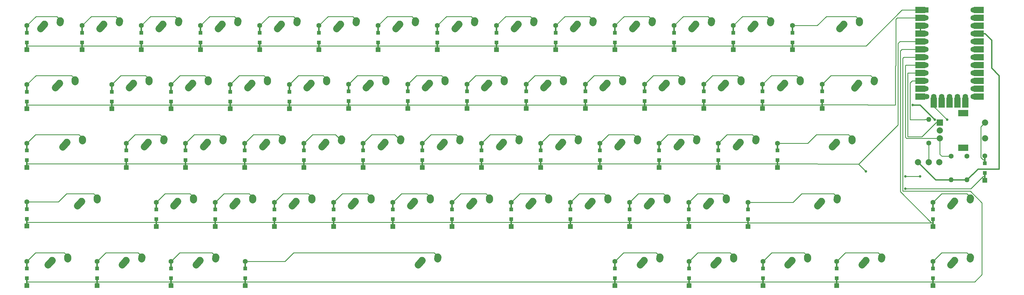
<source format=gbr>
G04 #@! TF.GenerationSoftware,KiCad,Pcbnew,(5.1.5)-3*
G04 #@! TF.CreationDate,2020-03-15T19:25:50-07:00*
G04 #@! TF.ProjectId,keyboard-layout,6b657962-6f61-4726-942d-6c61796f7574,rev?*
G04 #@! TF.SameCoordinates,Original*
G04 #@! TF.FileFunction,Copper,L1,Top*
G04 #@! TF.FilePolarity,Positive*
%FSLAX46Y46*%
G04 Gerber Fmt 4.6, Leading zero omitted, Abs format (unit mm)*
G04 Created by KiCad (PCBNEW (5.1.5)-3) date 2020-03-15 19:25:50*
%MOMM*%
%LPD*%
G04 APERTURE LIST*
%ADD10R,2.000000X2.000000*%
%ADD11C,2.000000*%
%ADD12R,3.200000X2.000000*%
%ADD13C,2.250000*%
%ADD14C,2.250000*%
%ADD15R,1.752600X1.752600*%
%ADD16C,1.752600*%
%ADD17R,3.250000X2.000000*%
%ADD18R,2.000000X3.250000*%
%ADD19R,0.500000X2.500000*%
%ADD20C,1.600000*%
%ADD21R,1.600000X1.600000*%
%ADD22R,1.200000X1.200000*%
%ADD23C,1.998980*%
%ADD24O,1.600000X1.600000*%
%ADD25C,0.800000*%
%ADD26C,0.254000*%
%ADD27C,0.381000*%
G04 APERTURE END LIST*
D10*
X315153040Y-57297320D03*
D11*
X315153040Y-59797320D03*
X315153040Y-62297320D03*
D12*
X322653040Y-54197320D03*
X322653040Y-65397320D03*
D11*
X329653040Y-57297320D03*
X329653040Y-62297320D03*
D13*
X251102500Y-44071660D02*
X251142500Y-43491660D01*
D14*
X251142500Y-43491660D03*
D13*
X244792500Y-46031660D02*
X246102502Y-44571660D01*
D14*
X246102500Y-44571660D03*
D13*
X153523320Y-101211500D02*
X153563320Y-100631500D01*
D14*
X153563320Y-100631500D03*
D13*
X147213320Y-103171500D02*
X148523322Y-101711500D01*
D14*
X148523320Y-101711500D03*
D15*
X310673750Y-20955000D03*
D16*
X310673750Y-23495000D03*
X310673750Y-26035000D03*
X310673750Y-28575000D03*
X310673750Y-31115000D03*
X310673750Y-33655000D03*
X310673750Y-36195000D03*
X310673750Y-38735000D03*
X310673750Y-41275000D03*
X310673750Y-43815000D03*
X310673750Y-46355000D03*
X325913750Y-48895000D03*
X325913750Y-46355000D03*
X325913750Y-43815000D03*
X325913750Y-41275000D03*
X325913750Y-38735000D03*
X325913750Y-36195000D03*
X325913750Y-33655000D03*
X325913750Y-31115000D03*
X325913750Y-28575000D03*
X325913750Y-26035000D03*
X325913750Y-23495000D03*
X310902350Y-48895000D03*
X325913750Y-20955000D03*
X323373750Y-48895000D03*
X320833750Y-48895000D03*
X318293750Y-48895000D03*
X315753750Y-48895000D03*
X313213750Y-48895000D03*
D17*
X308895750Y-20955000D03*
X308895750Y-23495000D03*
X308895750Y-26035000D03*
X308895750Y-28575000D03*
X308895750Y-31115000D03*
X308895750Y-33655000D03*
X308895750Y-36195000D03*
X308895750Y-38735000D03*
X308895750Y-41275000D03*
X308895750Y-43815000D03*
X308895750Y-46355000D03*
X308895750Y-48895000D03*
X327691750Y-48895000D03*
X327691750Y-46355000D03*
X327691750Y-43815000D03*
X327691750Y-41275000D03*
X327691750Y-38735000D03*
X327691750Y-36195000D03*
X327691750Y-33655000D03*
X327691750Y-31115000D03*
X327691750Y-28575000D03*
X327691750Y-26035000D03*
X327691750Y-23495000D03*
X327691750Y-20955000D03*
D18*
X313213750Y-50800000D03*
X315753750Y-50800000D03*
X318293750Y-50800000D03*
X320833750Y-50800000D03*
X323373750Y-50800000D03*
D19*
X329565000Y-69248040D03*
X329565000Y-74648040D03*
D20*
X329565000Y-68048040D03*
D21*
X329565000Y-75848040D03*
D22*
X329565000Y-73523040D03*
X329565000Y-70373040D03*
D23*
X308107080Y-70081140D03*
D24*
X311531000Y-56261000D03*
D20*
X311531000Y-63881000D03*
D24*
X318770000Y-75758040D03*
D20*
X318770000Y-68138040D03*
D24*
X323850000Y-75758040D03*
D20*
X323850000Y-68138040D03*
D23*
X311536080Y-70081140D03*
D13*
X74879840Y-82153880D02*
X74919840Y-81573880D01*
D14*
X74919840Y-81573880D03*
D13*
X68569840Y-84113880D02*
X69879842Y-82653880D01*
D14*
X69879840Y-82653880D03*
D13*
X155852500Y-44071660D02*
X155892500Y-43491660D01*
D14*
X155892500Y-43491660D03*
D13*
X149542500Y-46031660D02*
X150852502Y-44571660D01*
D14*
X150852500Y-44571660D03*
D13*
X93929840Y-82153880D02*
X93969840Y-81573880D01*
D14*
X93969840Y-81573880D03*
D13*
X87619840Y-84113880D02*
X88929842Y-82653880D01*
D14*
X88929840Y-82653880D03*
D13*
X58245380Y-101216580D02*
X58285380Y-100636580D01*
D14*
X58285380Y-100636580D03*
D13*
X51935380Y-103176580D02*
X53245382Y-101716580D01*
D14*
X53245380Y-101716580D03*
D13*
X248722520Y-101216580D02*
X248762520Y-100636580D01*
D14*
X248762520Y-100636580D03*
D13*
X242412520Y-103176580D02*
X243722522Y-101716580D01*
D14*
X243722520Y-101716580D03*
D13*
X79652500Y-44071660D02*
X79692500Y-43491660D01*
D14*
X79692500Y-43491660D03*
D13*
X73342500Y-46031660D02*
X74652502Y-44571660D01*
D14*
X74652500Y-44571660D03*
D13*
X132029840Y-82153880D02*
X132069840Y-81573880D01*
D14*
X132069840Y-81573880D03*
D13*
X125719840Y-84113880D02*
X127029842Y-82653880D01*
D14*
X127029840Y-82653880D03*
D13*
X174902500Y-44071660D02*
X174942500Y-43491660D01*
D14*
X174942500Y-43491660D03*
D13*
X168592500Y-46031660D02*
X169902502Y-44571660D01*
D14*
X169902500Y-44571660D03*
D13*
X36782380Y-44079280D02*
X36822380Y-43499280D01*
D14*
X36822380Y-43499280D03*
D13*
X30472380Y-46039280D02*
X31782382Y-44579280D01*
D14*
X31782380Y-44579280D03*
D13*
X136802500Y-44071660D02*
X136842500Y-43491660D01*
D14*
X136842500Y-43491660D03*
D13*
X130492500Y-46031660D02*
X131802502Y-44571660D01*
D14*
X131802500Y-44571660D03*
D13*
X246329840Y-82153880D02*
X246369840Y-81573880D01*
D14*
X246369840Y-81573880D03*
D13*
X240019840Y-84113880D02*
X241329842Y-82653880D01*
D14*
X241329840Y-82653880D03*
D13*
X43927400Y-82174200D02*
X43967400Y-81594200D01*
D14*
X43967400Y-81594200D03*
D13*
X37617400Y-84134200D02*
X38927402Y-82674200D01*
D14*
X38927400Y-82674200D03*
D13*
X282052400Y-82158960D02*
X282092400Y-81578960D01*
D14*
X282092400Y-81578960D03*
D13*
X275742400Y-84118960D02*
X277052402Y-82658960D01*
D14*
X277052400Y-82658960D03*
D13*
X236817540Y-63121660D02*
X236857540Y-62541660D01*
D14*
X236857540Y-62541660D03*
D13*
X230507540Y-65081660D02*
X231817542Y-63621660D01*
D14*
X231817540Y-63621660D03*
D13*
X84417540Y-63121660D02*
X84457540Y-62541660D01*
D14*
X84457540Y-62541660D03*
D13*
X78107540Y-65081660D02*
X79417542Y-63621660D01*
D14*
X79417540Y-63621660D03*
D13*
X117752500Y-44071660D02*
X117792500Y-43491660D01*
D14*
X117792500Y-43491660D03*
D13*
X111442500Y-46031660D02*
X112752502Y-44571660D01*
D14*
X112752500Y-44571660D03*
D13*
X255867540Y-63121660D02*
X255907540Y-62541660D01*
D14*
X255907540Y-62541660D03*
D13*
X249557540Y-65081660D02*
X250867542Y-63621660D01*
D14*
X250867540Y-63621660D03*
D13*
X60602500Y-44071660D02*
X60642500Y-43491660D01*
D14*
X60642500Y-43491660D03*
D13*
X54292500Y-46031660D02*
X55602502Y-44571660D01*
D14*
X55602500Y-44571660D03*
D13*
X232052500Y-44071660D02*
X232092500Y-43491660D01*
D14*
X232092500Y-43491660D03*
D13*
X225742500Y-46031660D02*
X227052502Y-44571660D01*
D14*
X227052500Y-44571660D03*
D13*
X213002500Y-44071660D02*
X213042500Y-43491660D01*
D14*
X213042500Y-43491660D03*
D13*
X206692500Y-46031660D02*
X208002502Y-44571660D01*
D14*
X208002500Y-44571660D03*
D13*
X170129840Y-82153880D02*
X170169840Y-81573880D01*
D14*
X170169840Y-81573880D03*
D13*
X163819840Y-84113880D02*
X165129842Y-82653880D01*
D14*
X165129840Y-82653880D03*
D13*
X241577500Y-25021660D02*
X241617500Y-24441660D01*
D14*
X241617500Y-24441660D03*
D13*
X235267500Y-26981660D02*
X236577502Y-25521660D01*
D14*
X236577500Y-25521660D03*
D13*
X272529940Y-101216580D02*
X272569940Y-100636580D01*
D14*
X272569940Y-100636580D03*
D13*
X266219940Y-103176580D02*
X267529942Y-101716580D01*
D14*
X267529940Y-101716580D03*
D13*
X189179840Y-82153880D02*
X189219840Y-81573880D01*
D14*
X189219840Y-81573880D03*
D13*
X182869840Y-84113880D02*
X184179842Y-82653880D01*
D14*
X184179840Y-82653880D03*
D13*
X217767540Y-63121660D02*
X217807540Y-62541660D01*
D14*
X217807540Y-62541660D03*
D13*
X211457540Y-65081660D02*
X212767542Y-63621660D01*
D14*
X212767540Y-63621660D03*
D13*
X198717540Y-63121660D02*
X198757540Y-62541660D01*
D14*
X198757540Y-62541660D03*
D13*
X192407540Y-65081660D02*
X193717542Y-63621660D01*
D14*
X193717540Y-63621660D03*
D13*
X179667540Y-63121660D02*
X179707540Y-62541660D01*
D14*
X179707540Y-62541660D03*
D13*
X173357540Y-65081660D02*
X174667542Y-63621660D01*
D14*
X174667540Y-63621660D03*
D13*
X193952500Y-44071660D02*
X193992500Y-43491660D01*
D14*
X193992500Y-43491660D03*
D13*
X187642500Y-46031660D02*
X188952502Y-44571660D01*
D14*
X188952500Y-44571660D03*
D13*
X160617540Y-63121660D02*
X160657540Y-62541660D01*
D14*
X160657540Y-62541660D03*
D13*
X154307540Y-65081660D02*
X155617542Y-63621660D01*
D14*
X155617540Y-63621660D03*
D13*
X141567540Y-63121660D02*
X141607540Y-62541660D01*
D14*
X141607540Y-62541660D03*
D13*
X135257540Y-65081660D02*
X136567542Y-63621660D01*
D14*
X136567540Y-63621660D03*
D13*
X122517540Y-63121660D02*
X122557540Y-62541660D01*
D14*
X122557540Y-62541660D03*
D13*
X116207540Y-65081660D02*
X117517542Y-63621660D01*
D14*
X117517540Y-63621660D03*
D13*
X32027500Y-25021660D02*
X32067500Y-24441660D01*
D14*
X32067500Y-24441660D03*
D13*
X25717500Y-26981660D02*
X27027502Y-25521660D01*
D14*
X27027500Y-25521660D03*
D13*
X260627500Y-25021660D02*
X260667500Y-24441660D01*
D14*
X260667500Y-24441660D03*
D13*
X254317500Y-26981660D02*
X255627502Y-25521660D01*
D14*
X255627500Y-25521660D03*
D13*
X286840300Y-63119120D02*
X286880300Y-62539120D01*
D14*
X286880300Y-62539120D03*
D13*
X280530300Y-65079120D02*
X281840302Y-63619120D01*
D14*
X281840300Y-63619120D03*
D13*
X98702500Y-44071660D02*
X98742500Y-43491660D01*
D14*
X98742500Y-43491660D03*
D13*
X92392500Y-46031660D02*
X93702502Y-44571660D01*
D14*
X93702500Y-44571660D03*
D13*
X227279840Y-82153880D02*
X227319840Y-81573880D01*
D14*
X227319840Y-81573880D03*
D13*
X220969840Y-84113880D02*
X222279842Y-82653880D01*
D14*
X222279840Y-82653880D03*
D13*
X103467540Y-63121660D02*
X103507540Y-62541660D01*
D14*
X103507540Y-62541660D03*
D13*
X97157540Y-65081660D02*
X98467542Y-63621660D01*
D14*
X98467540Y-63621660D03*
D13*
X34415100Y-101216580D02*
X34455100Y-100636580D01*
D14*
X34455100Y-100636580D03*
D13*
X28105100Y-103176580D02*
X29415102Y-101716580D01*
D14*
X29415100Y-101716580D03*
D13*
X296334820Y-101216580D02*
X296374820Y-100636580D01*
D14*
X296374820Y-100636580D03*
D13*
X290024820Y-103176580D02*
X291334822Y-101716580D01*
D14*
X291334820Y-101716580D03*
D13*
X208229840Y-82153880D02*
X208269840Y-81573880D01*
D14*
X208269840Y-81573880D03*
D13*
X201919840Y-84113880D02*
X203229842Y-82653880D01*
D14*
X203229840Y-82653880D03*
D13*
X39164900Y-63131820D02*
X39204900Y-62551820D01*
D14*
X39204900Y-62551820D03*
D13*
X32854900Y-65091820D02*
X34164902Y-63631820D01*
D14*
X34164900Y-63631820D03*
D13*
X112979840Y-82153880D02*
X113019840Y-81573880D01*
D14*
X113019840Y-81573880D03*
D13*
X106669840Y-84113880D02*
X107979842Y-82653880D01*
D14*
X107979840Y-82653880D03*
D13*
X293972500Y-44086660D02*
X294012500Y-43506660D01*
D14*
X294012500Y-43506660D03*
D13*
X287662500Y-46046660D02*
X288972502Y-44586660D01*
D14*
X288972500Y-44586660D03*
D13*
X289202500Y-25021660D02*
X289242500Y-24441660D01*
D14*
X289242500Y-24441660D03*
D13*
X282892500Y-26981660D02*
X284202502Y-25521660D01*
D14*
X284202500Y-25521660D03*
D13*
X151079840Y-82153880D02*
X151119840Y-81573880D01*
D14*
X151119840Y-81573880D03*
D13*
X144769840Y-84113880D02*
X146079842Y-82653880D01*
D14*
X146079840Y-82653880D03*
D13*
X82073120Y-101216580D02*
X82113120Y-100636580D01*
D14*
X82113120Y-100636580D03*
D13*
X75763120Y-103176580D02*
X77073122Y-101716580D01*
D14*
X77073120Y-101716580D03*
D13*
X224953200Y-101196260D02*
X224993200Y-100616260D01*
D14*
X224993200Y-100616260D03*
D13*
X218643200Y-103156260D02*
X219953202Y-101696260D01*
D14*
X219953200Y-101696260D03*
D13*
X65367540Y-63121660D02*
X65407540Y-62541660D01*
D14*
X65407540Y-62541660D03*
D13*
X59057540Y-65081660D02*
X60367542Y-63621660D01*
D14*
X60367540Y-63621660D03*
D13*
X270152500Y-44071660D02*
X270192500Y-43491660D01*
D14*
X270192500Y-43491660D03*
D13*
X263842500Y-46031660D02*
X265152502Y-44571660D01*
D14*
X265152500Y-44571660D03*
D13*
X324889500Y-82114000D02*
X324929500Y-81534000D01*
D14*
X324929500Y-81534000D03*
D13*
X318579500Y-84074000D02*
X319889502Y-82614000D01*
D14*
X319889500Y-82614000D03*
D13*
X324889500Y-101221660D02*
X324929500Y-100641660D01*
D14*
X324929500Y-100641660D03*
D13*
X318579500Y-103181660D02*
X319889502Y-101721660D01*
D14*
X319889500Y-101721660D03*
D13*
X203477500Y-25021660D02*
X203517500Y-24441660D01*
D14*
X203517500Y-24441660D03*
D13*
X197167500Y-26981660D02*
X198477502Y-25521660D01*
D14*
X198477500Y-25521660D03*
D13*
X184427500Y-25021660D02*
X184467500Y-24441660D01*
D14*
X184467500Y-24441660D03*
D13*
X178117500Y-26981660D02*
X179427502Y-25521660D01*
D14*
X179427500Y-25521660D03*
D13*
X165377500Y-25021660D02*
X165417500Y-24441660D01*
D14*
X165417500Y-24441660D03*
D13*
X159067500Y-26981660D02*
X160377502Y-25521660D01*
D14*
X160377500Y-25521660D03*
D13*
X146327500Y-25021660D02*
X146367500Y-24441660D01*
D14*
X146367500Y-24441660D03*
D13*
X140017500Y-26981660D02*
X141327502Y-25521660D01*
D14*
X141327500Y-25521660D03*
D13*
X127277500Y-25021660D02*
X127317500Y-24441660D01*
D14*
X127317500Y-24441660D03*
D13*
X120967500Y-26981660D02*
X122277502Y-25521660D01*
D14*
X122277500Y-25521660D03*
D13*
X108227500Y-25021660D02*
X108267500Y-24441660D01*
D14*
X108267500Y-24441660D03*
D13*
X101917500Y-26981660D02*
X103227502Y-25521660D01*
D14*
X103227500Y-25521660D03*
D13*
X89177500Y-25021660D02*
X89217500Y-24441660D01*
D14*
X89217500Y-24441660D03*
D13*
X82867500Y-26981660D02*
X84177502Y-25521660D01*
D14*
X84177500Y-25521660D03*
D13*
X70127500Y-25021660D02*
X70167500Y-24441660D01*
D14*
X70167500Y-24441660D03*
D13*
X63817500Y-26981660D02*
X65127502Y-25521660D01*
D14*
X65127500Y-25521660D03*
D13*
X51077500Y-25021660D02*
X51117500Y-24441660D01*
D14*
X51117500Y-24441660D03*
D13*
X44767500Y-26981660D02*
X46077502Y-25521660D01*
D14*
X46077500Y-25521660D03*
D13*
X222527500Y-25021660D02*
X222567500Y-24441660D01*
D14*
X222567500Y-24441660D03*
D13*
X216217500Y-26981660D02*
X217527502Y-25521660D01*
D14*
X217527500Y-25521660D03*
D23*
X314965080Y-70081140D03*
D19*
X62992000Y-84168000D03*
X62992000Y-89568000D03*
D20*
X62992000Y-82968000D03*
D21*
X62992000Y-90768000D03*
D22*
X62992000Y-88443000D03*
X62992000Y-85293000D03*
D19*
X143891000Y-46068000D03*
X143891000Y-51468000D03*
D20*
X143891000Y-44868000D03*
D21*
X143891000Y-52668000D03*
D22*
X143891000Y-50343000D03*
X143891000Y-47193000D03*
D19*
X81915000Y-84168000D03*
X81915000Y-89568000D03*
D20*
X81915000Y-82968000D03*
D21*
X81915000Y-90768000D03*
D22*
X81915000Y-88443000D03*
X81915000Y-85293000D03*
D19*
X43942000Y-103218000D03*
X43942000Y-108618000D03*
D20*
X43942000Y-102018000D03*
D21*
X43942000Y-109818000D03*
D22*
X43942000Y-107493000D03*
X43942000Y-104343000D03*
D19*
X234442000Y-103218000D03*
X234442000Y-108618000D03*
D20*
X234442000Y-102018000D03*
D21*
X234442000Y-109818000D03*
D22*
X234442000Y-107493000D03*
X234442000Y-104343000D03*
D19*
X67691000Y-46195000D03*
X67691000Y-51595000D03*
D20*
X67691000Y-44995000D03*
D21*
X67691000Y-52795000D03*
D22*
X67691000Y-50470000D03*
X67691000Y-47320000D03*
D19*
X120015000Y-84168000D03*
X120015000Y-89568000D03*
D20*
X120015000Y-82968000D03*
D21*
X120015000Y-90768000D03*
D22*
X120015000Y-88443000D03*
X120015000Y-85293000D03*
D19*
X162941000Y-46068000D03*
X162941000Y-51468000D03*
D20*
X162941000Y-44868000D03*
D21*
X162941000Y-52668000D03*
D22*
X162941000Y-50343000D03*
X162941000Y-47193000D03*
D19*
X21336000Y-46195000D03*
X21336000Y-51595000D03*
D20*
X21336000Y-44995000D03*
D21*
X21336000Y-52795000D03*
D22*
X21336000Y-50470000D03*
X21336000Y-47320000D03*
D19*
X124841000Y-46068000D03*
X124841000Y-51468000D03*
D20*
X124841000Y-44868000D03*
D21*
X124841000Y-52668000D03*
D22*
X124841000Y-50343000D03*
X124841000Y-47193000D03*
D19*
X234315000Y-84168000D03*
X234315000Y-89568000D03*
D20*
X234315000Y-82968000D03*
D21*
X234315000Y-90768000D03*
D22*
X234315000Y-88443000D03*
X234315000Y-85293000D03*
D19*
X21336000Y-84041000D03*
X21336000Y-89441000D03*
D20*
X21336000Y-82841000D03*
D21*
X21336000Y-90641000D03*
D22*
X21336000Y-88316000D03*
X21336000Y-85166000D03*
D19*
X253365000Y-84168000D03*
X253365000Y-89568000D03*
D20*
X253365000Y-82968000D03*
D21*
X253365000Y-90768000D03*
D22*
X253365000Y-88443000D03*
X253365000Y-85293000D03*
D19*
X224790000Y-65118000D03*
X224790000Y-70518000D03*
D20*
X224790000Y-63918000D03*
D21*
X224790000Y-71718000D03*
D22*
X224790000Y-69393000D03*
X224790000Y-66243000D03*
D19*
X72390000Y-65118000D03*
X72390000Y-70518000D03*
D20*
X72390000Y-63918000D03*
D21*
X72390000Y-71718000D03*
D22*
X72390000Y-69393000D03*
X72390000Y-66243000D03*
D19*
X105791000Y-46195000D03*
X105791000Y-51595000D03*
D20*
X105791000Y-44995000D03*
D21*
X105791000Y-52795000D03*
D22*
X105791000Y-50470000D03*
X105791000Y-47320000D03*
D19*
X243840000Y-65118000D03*
X243840000Y-70518000D03*
D20*
X243840000Y-63918000D03*
D21*
X243840000Y-71718000D03*
D22*
X243840000Y-69393000D03*
X243840000Y-66243000D03*
D19*
X48641000Y-46195000D03*
X48641000Y-51595000D03*
D20*
X48641000Y-44995000D03*
D21*
X48641000Y-52795000D03*
D22*
X48641000Y-50470000D03*
X48641000Y-47320000D03*
D19*
X220091000Y-46068000D03*
X220091000Y-51468000D03*
D20*
X220091000Y-44868000D03*
D21*
X220091000Y-52668000D03*
D22*
X220091000Y-50343000D03*
X220091000Y-47193000D03*
D19*
X201041000Y-46068000D03*
X201041000Y-51468000D03*
D20*
X201041000Y-44868000D03*
D21*
X201041000Y-52668000D03*
D22*
X201041000Y-50343000D03*
X201041000Y-47193000D03*
D19*
X158115000Y-84168000D03*
X158115000Y-89568000D03*
D20*
X158115000Y-82968000D03*
D21*
X158115000Y-90768000D03*
D22*
X158115000Y-88443000D03*
X158115000Y-85293000D03*
D19*
X229616000Y-27145000D03*
X229616000Y-32545000D03*
D20*
X229616000Y-25945000D03*
D21*
X229616000Y-33745000D03*
D22*
X229616000Y-31420000D03*
X229616000Y-28270000D03*
D19*
X258191000Y-103218000D03*
X258191000Y-108618000D03*
D20*
X258191000Y-102018000D03*
D21*
X258191000Y-109818000D03*
D22*
X258191000Y-107493000D03*
X258191000Y-104343000D03*
D19*
X177165000Y-84168000D03*
X177165000Y-89568000D03*
D20*
X177165000Y-82968000D03*
D21*
X177165000Y-90768000D03*
D22*
X177165000Y-88443000D03*
X177165000Y-85293000D03*
D19*
X205740000Y-65118000D03*
X205740000Y-70518000D03*
D20*
X205740000Y-63918000D03*
D21*
X205740000Y-71718000D03*
D22*
X205740000Y-69393000D03*
X205740000Y-66243000D03*
D19*
X186690000Y-65118000D03*
X186690000Y-70518000D03*
D20*
X186690000Y-63918000D03*
D21*
X186690000Y-71718000D03*
D22*
X186690000Y-69393000D03*
X186690000Y-66243000D03*
D19*
X167640000Y-65118000D03*
X167640000Y-70518000D03*
D20*
X167640000Y-63918000D03*
D21*
X167640000Y-71718000D03*
D22*
X167640000Y-69393000D03*
X167640000Y-66243000D03*
D19*
X181991000Y-46068000D03*
X181991000Y-51468000D03*
D20*
X181991000Y-44868000D03*
D21*
X181991000Y-52668000D03*
D22*
X181991000Y-50343000D03*
X181991000Y-47193000D03*
D19*
X148590000Y-65118000D03*
X148590000Y-70518000D03*
D20*
X148590000Y-63918000D03*
D21*
X148590000Y-71718000D03*
D22*
X148590000Y-69393000D03*
X148590000Y-66243000D03*
D19*
X129540000Y-65118000D03*
X129540000Y-70518000D03*
D20*
X129540000Y-63918000D03*
D21*
X129540000Y-71718000D03*
D22*
X129540000Y-69393000D03*
X129540000Y-66243000D03*
D19*
X110490000Y-65118000D03*
X110490000Y-70518000D03*
D20*
X110490000Y-63918000D03*
D21*
X110490000Y-71718000D03*
D22*
X110490000Y-69393000D03*
X110490000Y-66243000D03*
D19*
X248666000Y-27145000D03*
X248666000Y-32545000D03*
D20*
X248666000Y-25945000D03*
D21*
X248666000Y-33745000D03*
D22*
X248666000Y-31420000D03*
X248666000Y-28270000D03*
D19*
X262890000Y-65118000D03*
X262890000Y-70518000D03*
D20*
X262890000Y-63918000D03*
D21*
X262890000Y-71718000D03*
D22*
X262890000Y-69393000D03*
X262890000Y-66243000D03*
D19*
X86741000Y-46195000D03*
X86741000Y-51595000D03*
D20*
X86741000Y-44995000D03*
D21*
X86741000Y-52795000D03*
D22*
X86741000Y-50470000D03*
X86741000Y-47320000D03*
D19*
X215265000Y-84168000D03*
X215265000Y-89568000D03*
D20*
X215265000Y-82968000D03*
D21*
X215265000Y-90768000D03*
D22*
X215265000Y-88443000D03*
X215265000Y-85293000D03*
D19*
X91440000Y-65118000D03*
X91440000Y-70518000D03*
D20*
X91440000Y-63918000D03*
D21*
X91440000Y-71718000D03*
D22*
X91440000Y-69393000D03*
X91440000Y-66243000D03*
D19*
X21336000Y-103218000D03*
X21336000Y-108618000D03*
D20*
X21336000Y-102018000D03*
D21*
X21336000Y-109818000D03*
D22*
X21336000Y-107493000D03*
X21336000Y-104343000D03*
D19*
X281940000Y-103218000D03*
X281940000Y-108618000D03*
D20*
X281940000Y-102018000D03*
D21*
X281940000Y-109818000D03*
D22*
X281940000Y-107493000D03*
X281940000Y-104343000D03*
D19*
X196215000Y-84168000D03*
X196215000Y-89568000D03*
D20*
X196215000Y-82968000D03*
D21*
X196215000Y-90768000D03*
D22*
X196215000Y-88443000D03*
X196215000Y-85293000D03*
D19*
X21336000Y-65118000D03*
X21336000Y-70518000D03*
D20*
X21336000Y-63918000D03*
D21*
X21336000Y-71718000D03*
D22*
X21336000Y-69393000D03*
X21336000Y-66243000D03*
D19*
X100965000Y-84168000D03*
X100965000Y-89568000D03*
D20*
X100965000Y-82968000D03*
D21*
X100965000Y-90768000D03*
D22*
X100965000Y-88443000D03*
X100965000Y-85293000D03*
D19*
X277241000Y-46068000D03*
X277241000Y-51468000D03*
D20*
X277241000Y-44868000D03*
D21*
X277241000Y-52668000D03*
D22*
X277241000Y-50343000D03*
X277241000Y-47193000D03*
D19*
X267716000Y-27145000D03*
X267716000Y-32545000D03*
D20*
X267716000Y-25945000D03*
D21*
X267716000Y-33745000D03*
D22*
X267716000Y-31420000D03*
X267716000Y-28270000D03*
D19*
X139065000Y-84168000D03*
X139065000Y-89568000D03*
D20*
X139065000Y-82968000D03*
D21*
X139065000Y-90768000D03*
D22*
X139065000Y-88443000D03*
X139065000Y-85293000D03*
D19*
X67691000Y-103218000D03*
X67691000Y-108618000D03*
D20*
X67691000Y-102018000D03*
D21*
X67691000Y-109818000D03*
D22*
X67691000Y-107493000D03*
X67691000Y-104343000D03*
D19*
X210566000Y-103218000D03*
X210566000Y-108618000D03*
D20*
X210566000Y-102018000D03*
D21*
X210566000Y-109818000D03*
D22*
X210566000Y-107493000D03*
X210566000Y-104343000D03*
D19*
X53340000Y-65118000D03*
X53340000Y-70518000D03*
D20*
X53340000Y-63918000D03*
D21*
X53340000Y-71718000D03*
D22*
X53340000Y-69393000D03*
X53340000Y-66243000D03*
D19*
X21336000Y-27145000D03*
X21336000Y-32545000D03*
D20*
X21336000Y-25945000D03*
D21*
X21336000Y-33745000D03*
D22*
X21336000Y-31420000D03*
X21336000Y-28270000D03*
D19*
X258064000Y-46101000D03*
X258064000Y-51501000D03*
D20*
X258064000Y-44901000D03*
D21*
X258064000Y-52701000D03*
D22*
X258064000Y-50376000D03*
X258064000Y-47226000D03*
D19*
X239141000Y-46068000D03*
X239141000Y-51468000D03*
D20*
X239141000Y-44868000D03*
D21*
X239141000Y-52668000D03*
D22*
X239141000Y-50343000D03*
X239141000Y-47193000D03*
D19*
X312928000Y-84168000D03*
X312928000Y-89568000D03*
D20*
X312928000Y-82968000D03*
D21*
X312928000Y-90768000D03*
D22*
X312928000Y-88443000D03*
X312928000Y-85293000D03*
D19*
X312928000Y-103218000D03*
X312928000Y-108618000D03*
D20*
X312928000Y-102018000D03*
D21*
X312928000Y-109818000D03*
D22*
X312928000Y-107493000D03*
X312928000Y-104343000D03*
D19*
X91567000Y-103218000D03*
X91567000Y-108618000D03*
D20*
X91567000Y-102018000D03*
D21*
X91567000Y-109818000D03*
D22*
X91567000Y-107493000D03*
X91567000Y-104343000D03*
D19*
X191516000Y-27145000D03*
X191516000Y-32545000D03*
D20*
X191516000Y-25945000D03*
D21*
X191516000Y-33745000D03*
D22*
X191516000Y-31420000D03*
X191516000Y-28270000D03*
D19*
X172466000Y-27145000D03*
X172466000Y-32545000D03*
D20*
X172466000Y-25945000D03*
D21*
X172466000Y-33745000D03*
D22*
X172466000Y-31420000D03*
X172466000Y-28270000D03*
D19*
X153416000Y-27145000D03*
X153416000Y-32545000D03*
D20*
X153416000Y-25945000D03*
D21*
X153416000Y-33745000D03*
D22*
X153416000Y-31420000D03*
X153416000Y-28270000D03*
D19*
X134366000Y-27145000D03*
X134366000Y-32545000D03*
D20*
X134366000Y-25945000D03*
D21*
X134366000Y-33745000D03*
D22*
X134366000Y-31420000D03*
X134366000Y-28270000D03*
D19*
X115316000Y-27145000D03*
X115316000Y-32545000D03*
D20*
X115316000Y-25945000D03*
D21*
X115316000Y-33745000D03*
D22*
X115316000Y-31420000D03*
X115316000Y-28270000D03*
D19*
X96266000Y-27145000D03*
X96266000Y-32545000D03*
D20*
X96266000Y-25945000D03*
D21*
X96266000Y-33745000D03*
D22*
X96266000Y-31420000D03*
X96266000Y-28270000D03*
D19*
X77216000Y-27145000D03*
X77216000Y-32545000D03*
D20*
X77216000Y-25945000D03*
D21*
X77216000Y-33745000D03*
D22*
X77216000Y-31420000D03*
X77216000Y-28270000D03*
D19*
X58166000Y-27145000D03*
X58166000Y-32545000D03*
D20*
X58166000Y-25945000D03*
D21*
X58166000Y-33745000D03*
D22*
X58166000Y-31420000D03*
X58166000Y-28270000D03*
D19*
X39116000Y-27145000D03*
X39116000Y-32545000D03*
D20*
X39116000Y-25945000D03*
D21*
X39116000Y-33745000D03*
D22*
X39116000Y-31420000D03*
X39116000Y-28270000D03*
D19*
X210566000Y-27145000D03*
X210566000Y-32545000D03*
D20*
X210566000Y-25945000D03*
D21*
X210566000Y-33745000D03*
D22*
X210566000Y-31420000D03*
X210566000Y-28270000D03*
D25*
X304006250Y-78581250D03*
X291306250Y-73025000D03*
X306387500Y-51593750D03*
X313531250Y-56356250D03*
X308768750Y-74612500D03*
X304006250Y-74612500D03*
X317500000Y-56356250D03*
X317500000Y-56356250D03*
D26*
X51077500Y-25021660D02*
X51077500Y-24090000D01*
X51077500Y-24090000D02*
X50006250Y-23018750D01*
X42042250Y-23018750D02*
X39116000Y-25945000D01*
X50006250Y-23018750D02*
X42042250Y-23018750D01*
X70127500Y-25021660D02*
X70127500Y-24883750D01*
X70127500Y-25021660D02*
X70127500Y-24090000D01*
X70127500Y-24090000D02*
X69056250Y-23018750D01*
X61092250Y-23018750D02*
X58166000Y-25945000D01*
X69056250Y-23018750D02*
X61092250Y-23018750D01*
X89177500Y-25021660D02*
X89177500Y-24090000D01*
X89177500Y-24090000D02*
X88106250Y-23018750D01*
X80142250Y-23018750D02*
X77216000Y-25945000D01*
X88106250Y-23018750D02*
X80142250Y-23018750D01*
X108227500Y-25021660D02*
X108227500Y-24090000D01*
X108227500Y-24090000D02*
X107156250Y-23018750D01*
X99192250Y-23018750D02*
X96266000Y-25945000D01*
X107156250Y-23018750D02*
X99192250Y-23018750D01*
X127277500Y-25021660D02*
X127277500Y-24090000D01*
X127277500Y-24090000D02*
X126206250Y-23018750D01*
X118242250Y-23018750D02*
X115316000Y-25945000D01*
X126206250Y-23018750D02*
X118242250Y-23018750D01*
X146327500Y-25021660D02*
X146327500Y-24090000D01*
X146327500Y-24090000D02*
X145256250Y-23018750D01*
X137292250Y-23018750D02*
X134366000Y-25945000D01*
X145256250Y-23018750D02*
X137292250Y-23018750D01*
X165377500Y-25021660D02*
X165377500Y-24090000D01*
X165377500Y-24090000D02*
X164306250Y-23018750D01*
X156342250Y-23018750D02*
X153416000Y-25945000D01*
X164306250Y-23018750D02*
X156342250Y-23018750D01*
X184427500Y-25021660D02*
X184427500Y-24090000D01*
X184427500Y-24090000D02*
X183356250Y-23018750D01*
X175392250Y-23018750D02*
X172466000Y-25945000D01*
X183356250Y-23018750D02*
X175392250Y-23018750D01*
X203477500Y-25021660D02*
X203477500Y-24090000D01*
X203477500Y-24090000D02*
X202406250Y-23018750D01*
X194442250Y-23018750D02*
X191516000Y-25945000D01*
X202406250Y-23018750D02*
X194442250Y-23018750D01*
X222527500Y-25021660D02*
X222527500Y-24090000D01*
X222527500Y-24090000D02*
X221456250Y-23018750D01*
X213492250Y-23018750D02*
X210566000Y-25945000D01*
X221456250Y-23018750D02*
X213492250Y-23018750D01*
X267869500Y-82968000D02*
X253365000Y-82968000D01*
X270668750Y-80168750D02*
X267869500Y-82968000D01*
X280987500Y-80168750D02*
X270668750Y-80168750D01*
X282052400Y-82158960D02*
X282052400Y-81233650D01*
X282052400Y-81233650D02*
X280987500Y-80168750D01*
X153523320Y-101211500D02*
X153523320Y-100342070D01*
X153523320Y-100342070D02*
X152400000Y-99218750D01*
X152400000Y-99218750D02*
X107156250Y-99218750D01*
X104357000Y-102018000D02*
X91567000Y-102018000D01*
X107156250Y-99218750D02*
X104357000Y-102018000D01*
X248722520Y-101216580D02*
X248722520Y-100291270D01*
X248722520Y-100291270D02*
X247650000Y-99218750D01*
X237241250Y-99218750D02*
X234442000Y-102018000D01*
X247650000Y-99218750D02*
X237241250Y-99218750D01*
X296334820Y-101216580D02*
X296334820Y-100278570D01*
X296334820Y-100278570D02*
X295275000Y-99218750D01*
X284739250Y-99218750D02*
X281940000Y-102018000D01*
X295275000Y-99218750D02*
X284739250Y-99218750D01*
X324889500Y-101221660D02*
X324889500Y-100258250D01*
X324889500Y-100258250D02*
X323850000Y-99218750D01*
X315727250Y-99218750D02*
X312928000Y-102018000D01*
X323850000Y-99218750D02*
X315727250Y-99218750D01*
X21336000Y-70518000D02*
X262890000Y-70518000D01*
X263394000Y-70518000D02*
X263519750Y-70643750D01*
X262890000Y-70518000D02*
X263394000Y-70518000D01*
X301625000Y-31750000D02*
X302260000Y-31115000D01*
X302260000Y-31115000D02*
X308895750Y-31115000D01*
X301625000Y-58026902D02*
X301625000Y-31750000D01*
X289133902Y-70518000D02*
X301625000Y-58026902D01*
X329061000Y-74648040D02*
X325127790Y-78581250D01*
X329565000Y-74648040D02*
X329061000Y-74648040D01*
X325127790Y-78581250D02*
X304006250Y-78581250D01*
X262890000Y-70518000D02*
X288925000Y-70643750D01*
X291306250Y-73025000D02*
X288925000Y-70643750D01*
X288925000Y-70643750D02*
X289133902Y-70518000D01*
X308895750Y-31115000D02*
X310673750Y-31115000D01*
X38845000Y-32545000D02*
X39116000Y-32545000D01*
X21336000Y-32545000D02*
X38845000Y-32545000D01*
X39116000Y-32545000D02*
X58166000Y-32545000D01*
X58166000Y-32545000D02*
X77216000Y-32545000D01*
X96120000Y-32545000D02*
X96266000Y-32545000D01*
X77216000Y-32545000D02*
X96120000Y-32545000D01*
X96266000Y-32545000D02*
X115316000Y-32545000D01*
X115316000Y-32545000D02*
X134366000Y-32545000D01*
X134366000Y-32545000D02*
X153416000Y-32545000D01*
X153416000Y-32545000D02*
X172466000Y-32545000D01*
X172466000Y-32545000D02*
X191516000Y-32545000D01*
X191516000Y-32545000D02*
X210566000Y-32545000D01*
X210566000Y-32545000D02*
X229616000Y-32545000D01*
X229616000Y-32545000D02*
X248666000Y-32545000D01*
X248666000Y-32545000D02*
X267716000Y-32545000D01*
X307016750Y-20955000D02*
X308895750Y-20955000D01*
X291371642Y-32545000D02*
X302961642Y-20955000D01*
X302961642Y-20955000D02*
X307016750Y-20955000D01*
X267716000Y-32545000D02*
X291371642Y-32545000D01*
X308895750Y-20955000D02*
X310673750Y-20955000D01*
X312657000Y-108618000D02*
X312928000Y-108618000D01*
X21336000Y-108618000D02*
X312657000Y-108618000D01*
X328671501Y-106298621D02*
X328671501Y-83127039D01*
X312928000Y-108618000D02*
X326352122Y-108618000D01*
X328671501Y-83127039D02*
X324919462Y-79375000D01*
X326352122Y-108618000D02*
X328671501Y-106298621D01*
X324919462Y-79375000D02*
X303212500Y-79375000D01*
X303212500Y-79375000D02*
X303212500Y-36512500D01*
X303530000Y-36195000D02*
X308895750Y-36195000D01*
X303212500Y-36512500D02*
X303530000Y-36195000D01*
X308895750Y-36195000D02*
X310673750Y-36195000D01*
X324889500Y-82114000D02*
X324889500Y-81208250D01*
X324889500Y-81208250D02*
X323850000Y-80168750D01*
X315727250Y-80168750D02*
X312928000Y-82968000D01*
X323850000Y-80168750D02*
X315727250Y-80168750D01*
X21336000Y-89441000D02*
X253206250Y-89441000D01*
X312657000Y-89568000D02*
X312928000Y-89568000D01*
X253365000Y-89568000D02*
X312657000Y-89568000D01*
X302418750Y-79562750D02*
X302418750Y-34131250D01*
X312928000Y-89568000D02*
X312424000Y-89568000D01*
X302895000Y-33655000D02*
X308895750Y-33655000D01*
X302418750Y-34131250D02*
X302895000Y-33655000D01*
X312424000Y-89568000D02*
X302418750Y-79562750D01*
X308895750Y-33655000D02*
X310673750Y-33655000D01*
X251102500Y-44071660D02*
X251102500Y-43140000D01*
X251102500Y-43140000D02*
X250031250Y-42068750D01*
X241940250Y-42068750D02*
X239141000Y-44868000D01*
X250031250Y-42068750D02*
X241940250Y-42068750D01*
X21840000Y-51595000D02*
X48641000Y-51595000D01*
X21336000Y-51595000D02*
X21840000Y-51595000D01*
X48641000Y-51595000D02*
X67691000Y-51595000D01*
X67691000Y-51595000D02*
X86741000Y-51595000D01*
X276843000Y-51595000D02*
X276970000Y-51468000D01*
X276970000Y-51468000D02*
X277241000Y-51468000D01*
X86741000Y-51595000D02*
X276843000Y-51595000D01*
X291892198Y-51468000D02*
X292017948Y-51593750D01*
X277241000Y-51468000D02*
X291892198Y-51468000D01*
X292017948Y-51593750D02*
X300831250Y-51593750D01*
X300961401Y-38890693D02*
X300961401Y-23942651D01*
X300831250Y-51593750D02*
X300831250Y-39020844D01*
X300831250Y-39020844D02*
X300961401Y-38890693D01*
X301409052Y-23495000D02*
X308895750Y-23495000D01*
X300961401Y-23942651D02*
X301409052Y-23495000D01*
X308895750Y-23495000D02*
X310673750Y-23495000D01*
X270152500Y-44071660D02*
X270152500Y-43140000D01*
X270152500Y-43140000D02*
X269081250Y-42068750D01*
X260896250Y-42068750D02*
X258064000Y-44901000D01*
X269081250Y-42068750D02*
X260896250Y-42068750D01*
X65367540Y-63121660D02*
X65367540Y-62192540D01*
X65367540Y-62192540D02*
X64293750Y-61118750D01*
X54139999Y-63118001D02*
X53340000Y-63918000D01*
X56128041Y-61129959D02*
X54139999Y-63118001D01*
X64282541Y-61129959D02*
X56128041Y-61129959D01*
X64293750Y-61118750D02*
X64282541Y-61129959D01*
X82073120Y-101216580D02*
X82073120Y-100329370D01*
X82073120Y-100329370D02*
X80962500Y-99218750D01*
X70490250Y-99218750D02*
X67691000Y-102018000D01*
X80962500Y-99218750D02*
X70490250Y-99218750D01*
X151079840Y-82153880D02*
X151079840Y-81229840D01*
X151079840Y-81229840D02*
X150018750Y-80168750D01*
X141864250Y-80168750D02*
X139065000Y-82968000D01*
X150018750Y-80168750D02*
X141864250Y-80168750D01*
X289202500Y-25021660D02*
X289202500Y-24090000D01*
X289202500Y-24090000D02*
X288131250Y-23018750D01*
X288131250Y-23018750D02*
X278606250Y-23018750D01*
X275680000Y-25945000D02*
X267716000Y-25945000D01*
X278606250Y-23018750D02*
X275680000Y-25945000D01*
X293972500Y-44086660D02*
X293972500Y-43147500D01*
X293972500Y-43147500D02*
X292893750Y-42068750D01*
X280040250Y-42068750D02*
X277241000Y-44868000D01*
X292893750Y-42068750D02*
X280040250Y-42068750D01*
X112979840Y-82153880D02*
X112979840Y-81229840D01*
X112979840Y-81229840D02*
X111918750Y-80168750D01*
X103764250Y-80168750D02*
X100965000Y-82968000D01*
X111918750Y-80168750D02*
X103764250Y-80168750D01*
X39164900Y-63131820D02*
X39164900Y-62183650D01*
X39164900Y-62183650D02*
X38100000Y-61118750D01*
X24135250Y-61118750D02*
X21336000Y-63918000D01*
X38100000Y-61118750D02*
X24135250Y-61118750D01*
X208229840Y-82153880D02*
X208229840Y-81229840D01*
X208229840Y-81229840D02*
X207168750Y-80168750D01*
X199014250Y-80168750D02*
X196215000Y-82968000D01*
X207168750Y-80168750D02*
X199014250Y-80168750D01*
X34415100Y-101216580D02*
X34415100Y-100296350D01*
X34415100Y-100296350D02*
X33337500Y-99218750D01*
X24135250Y-99218750D02*
X21336000Y-102018000D01*
X33337500Y-99218750D02*
X24135250Y-99218750D01*
X103467540Y-63121660D02*
X103467540Y-62192540D01*
X103467540Y-62192540D02*
X102393750Y-61118750D01*
X94239250Y-61118750D02*
X91440000Y-63918000D01*
X102393750Y-61118750D02*
X94239250Y-61118750D01*
X227279840Y-82153880D02*
X227279840Y-81229840D01*
X227279840Y-81229840D02*
X226218750Y-80168750D01*
X218064250Y-80168750D02*
X215265000Y-82968000D01*
X226218750Y-80168750D02*
X218064250Y-80168750D01*
X98702500Y-44071660D02*
X98702500Y-43140000D01*
X98702500Y-43140000D02*
X97631250Y-42068750D01*
X89667250Y-42068750D02*
X86741000Y-44995000D01*
X97631250Y-42068750D02*
X89667250Y-42068750D01*
X275431250Y-61118750D02*
X272632000Y-63918000D01*
X285750000Y-61118750D02*
X275431250Y-61118750D01*
X272632000Y-63918000D02*
X262890000Y-63918000D01*
X286840300Y-63119120D02*
X286840300Y-62209050D01*
X286840300Y-62209050D02*
X285750000Y-61118750D01*
X260627500Y-25021660D02*
X260627500Y-24090000D01*
X260627500Y-24090000D02*
X259556250Y-23018750D01*
X251592250Y-23018750D02*
X248666000Y-25945000D01*
X259556250Y-23018750D02*
X251592250Y-23018750D01*
X122517540Y-63121660D02*
X122517540Y-62986290D01*
X122517540Y-62986290D02*
X120650000Y-61118750D01*
X113289250Y-61118750D02*
X110490000Y-63918000D01*
X120650000Y-61118750D02*
X113289250Y-61118750D01*
X141567540Y-63121660D02*
X141567540Y-62986290D01*
X141567540Y-62986290D02*
X139700000Y-61118750D01*
X132339250Y-61118750D02*
X129540000Y-63918000D01*
X139700000Y-61118750D02*
X132339250Y-61118750D01*
X160617540Y-63121660D02*
X160617540Y-62192540D01*
X160617540Y-62192540D02*
X159543750Y-61118750D01*
X151389250Y-61118750D02*
X148590000Y-63918000D01*
X159543750Y-61118750D02*
X151389250Y-61118750D01*
X193952500Y-44071660D02*
X193952500Y-43140000D01*
X193952500Y-43140000D02*
X192881250Y-42068750D01*
X184790250Y-42068750D02*
X181991000Y-44868000D01*
X192881250Y-42068750D02*
X184790250Y-42068750D01*
X179667540Y-63121660D02*
X179667540Y-62192540D01*
X179667540Y-62192540D02*
X178593750Y-61118750D01*
X170439250Y-61118750D02*
X167640000Y-63918000D01*
X178593750Y-61118750D02*
X170439250Y-61118750D01*
X198717540Y-63121660D02*
X198717540Y-62192540D01*
X198717540Y-62192540D02*
X197643750Y-61118750D01*
X189489250Y-61118750D02*
X186690000Y-63918000D01*
X197643750Y-61118750D02*
X189489250Y-61118750D01*
X217767540Y-63121660D02*
X217767540Y-62192540D01*
X217767540Y-62192540D02*
X216693750Y-61118750D01*
X208539250Y-61118750D02*
X205740000Y-63918000D01*
X216693750Y-61118750D02*
X208539250Y-61118750D01*
X189179840Y-82153880D02*
X189179840Y-81229840D01*
X189179840Y-81229840D02*
X188118750Y-80168750D01*
X179964250Y-80168750D02*
X177165000Y-82968000D01*
X188118750Y-80168750D02*
X179964250Y-80168750D01*
X272529940Y-101216580D02*
X272529940Y-100286190D01*
X272529940Y-100286190D02*
X271462500Y-99218750D01*
X260990250Y-99218750D02*
X258191000Y-102018000D01*
X271462500Y-99218750D02*
X260990250Y-99218750D01*
X241577500Y-25021660D02*
X241577500Y-24090000D01*
X241577500Y-24090000D02*
X240506250Y-23018750D01*
X232542250Y-23018750D02*
X229616000Y-25945000D01*
X240506250Y-23018750D02*
X232542250Y-23018750D01*
X170129840Y-82153880D02*
X170129840Y-81229840D01*
X170129840Y-81229840D02*
X169068750Y-80168750D01*
X160914250Y-80168750D02*
X158115000Y-82968000D01*
X169068750Y-80168750D02*
X160914250Y-80168750D01*
X213002500Y-44071660D02*
X213002500Y-43140000D01*
X213002500Y-43140000D02*
X211931250Y-42068750D01*
X203840250Y-42068750D02*
X201041000Y-44868000D01*
X211931250Y-42068750D02*
X203840250Y-42068750D01*
X232052500Y-44071660D02*
X232052500Y-43140000D01*
X232052500Y-43140000D02*
X230981250Y-42068750D01*
X222890250Y-42068750D02*
X220091000Y-44868000D01*
X230981250Y-42068750D02*
X222890250Y-42068750D01*
X60602500Y-44071660D02*
X60602500Y-43140000D01*
X60602500Y-43140000D02*
X59531250Y-42068750D01*
X51567250Y-42068750D02*
X48641000Y-44995000D01*
X59531250Y-42068750D02*
X51567250Y-42068750D01*
X246639250Y-61118750D02*
X243840000Y-63918000D01*
X254793750Y-61118750D02*
X246639250Y-61118750D01*
X255867540Y-63121660D02*
X255867540Y-62192540D01*
X255867540Y-62192540D02*
X254793750Y-61118750D01*
X117752500Y-44071660D02*
X117752500Y-43140000D01*
X117752500Y-43140000D02*
X116681250Y-42068750D01*
X108717250Y-42068750D02*
X105791000Y-44995000D01*
X116681250Y-42068750D02*
X108717250Y-42068750D01*
X84417540Y-63121660D02*
X84417540Y-62192540D01*
X84417540Y-62192540D02*
X83343750Y-61118750D01*
X75189250Y-61118750D02*
X72390000Y-63918000D01*
X83343750Y-61118750D02*
X75189250Y-61118750D01*
X236817540Y-63121660D02*
X236817540Y-62192540D01*
X236817540Y-62192540D02*
X235743750Y-61118750D01*
X227589250Y-61118750D02*
X224790000Y-63918000D01*
X235743750Y-61118750D02*
X227589250Y-61118750D01*
X31459000Y-82841000D02*
X21336000Y-82841000D01*
X42862500Y-80168750D02*
X34131250Y-80168750D01*
X43927400Y-82174200D02*
X43927400Y-81233650D01*
X34131250Y-80168750D02*
X31459000Y-82841000D01*
X43927400Y-81233650D02*
X42862500Y-80168750D01*
X246329840Y-82153880D02*
X246329840Y-81229840D01*
X246329840Y-81229840D02*
X245268750Y-80168750D01*
X237114250Y-80168750D02*
X234315000Y-82968000D01*
X245268750Y-80168750D02*
X237114250Y-80168750D01*
X135731250Y-42068750D02*
X127640250Y-42068750D01*
X136802500Y-44071660D02*
X136802500Y-43140000D01*
X127640250Y-42068750D02*
X124841000Y-44868000D01*
X136802500Y-43140000D02*
X135731250Y-42068750D01*
X36782380Y-44079280D02*
X36782380Y-43132380D01*
X36782380Y-43132380D02*
X35718750Y-42068750D01*
X24262250Y-42068750D02*
X21336000Y-44995000D01*
X35718750Y-42068750D02*
X24262250Y-42068750D01*
X174902500Y-44071660D02*
X174902500Y-43140000D01*
X174902500Y-43140000D02*
X173831250Y-42068750D01*
X165740250Y-42068750D02*
X162941000Y-44868000D01*
X173831250Y-42068750D02*
X165740250Y-42068750D01*
X132029840Y-82153880D02*
X132029840Y-81229840D01*
X132029840Y-81229840D02*
X130968750Y-80168750D01*
X122814250Y-80168750D02*
X120015000Y-82968000D01*
X130968750Y-80168750D02*
X122814250Y-80168750D01*
X79652500Y-44071660D02*
X79652500Y-43140000D01*
X79652500Y-43140000D02*
X78581250Y-42068750D01*
X70617250Y-42068750D02*
X67691000Y-44995000D01*
X78581250Y-42068750D02*
X70617250Y-42068750D01*
X58245380Y-101216580D02*
X58245380Y-100314130D01*
X58245380Y-100314130D02*
X57150000Y-99218750D01*
X46741250Y-99218750D02*
X43942000Y-102018000D01*
X57150000Y-99218750D02*
X46741250Y-99218750D01*
X93929840Y-82153880D02*
X93929840Y-81229840D01*
X93929840Y-81229840D02*
X92868750Y-80168750D01*
X84714250Y-80168750D02*
X81915000Y-82968000D01*
X92868750Y-80168750D02*
X84714250Y-80168750D01*
X155852500Y-44071660D02*
X155852500Y-43140000D01*
X155852500Y-43140000D02*
X154781250Y-42068750D01*
X146690250Y-42068750D02*
X143891000Y-44868000D01*
X154781250Y-42068750D02*
X146690250Y-42068750D01*
X74879840Y-82153880D02*
X74879840Y-81229840D01*
X74879840Y-81229840D02*
X73818750Y-80168750D01*
X65791250Y-80168750D02*
X62992000Y-82968000D01*
X73818750Y-80168750D02*
X65791250Y-80168750D01*
D27*
X308895750Y-28575000D02*
X308895750Y-26035000D01*
X306387500Y-51593750D02*
X308768750Y-51593750D01*
X308768750Y-51593750D02*
X313531250Y-56356250D01*
X308895750Y-26035000D02*
X310673750Y-26035000D01*
X308895750Y-28575000D02*
X310673750Y-28575000D01*
D26*
X320833750Y-50800000D02*
X320833750Y-48895000D01*
X327691750Y-31115000D02*
X325913750Y-31115000D01*
X327691750Y-33655000D02*
X325913750Y-33655000D01*
X327691750Y-36195000D02*
X325913750Y-36195000D01*
X327691750Y-38735000D02*
X325913750Y-38735000D01*
X327691750Y-41275000D02*
X325913750Y-41275000D01*
X327691750Y-43815000D02*
X325913750Y-43815000D01*
X327691750Y-46355000D02*
X325913750Y-46355000D01*
X327691750Y-48895000D02*
X325913750Y-48895000D01*
X323373750Y-50800000D02*
X323373750Y-48895000D01*
X308768750Y-74612500D02*
X304006250Y-74612500D01*
X315753750Y-50800000D02*
X315753750Y-48895000D01*
X318293750Y-50800000D02*
X318293750Y-48895000D01*
X313213750Y-52070000D02*
X313213750Y-50800000D01*
X317500000Y-56356250D02*
X313213750Y-52070000D01*
X313213750Y-50800000D02*
X313213750Y-48895000D01*
X327691750Y-20955000D02*
X325913750Y-20955000D01*
X311531000Y-70076060D02*
X311536080Y-70081140D01*
X311531000Y-63881000D02*
X311531000Y-70076060D01*
D27*
X313783980Y-75758040D02*
X318770000Y-75758040D01*
X308107080Y-70081140D02*
X313783980Y-75758040D01*
X318770000Y-75758040D02*
X323850000Y-75758040D01*
X323850000Y-75758040D02*
X327376790Y-72231250D01*
X327376790Y-72231250D02*
X334168750Y-72231250D01*
X334168750Y-72231250D02*
X334168750Y-42068750D01*
X334168750Y-42068750D02*
X331787500Y-39687500D01*
X329697750Y-28575000D02*
X327691750Y-28575000D01*
X331787500Y-30664750D02*
X329697750Y-28575000D01*
X331787500Y-39687500D02*
X331787500Y-30664750D01*
X327691750Y-28575000D02*
X325913750Y-28575000D01*
D26*
X315153040Y-62297320D02*
X304391070Y-62297320D01*
X304391070Y-62297320D02*
X304006250Y-61912500D01*
X304006250Y-61912500D02*
X304006250Y-38893750D01*
X304165000Y-38735000D02*
X308895750Y-38735000D01*
X304006250Y-38893750D02*
X304165000Y-38735000D01*
X318770000Y-68138040D02*
X315788040Y-68138040D01*
X315153040Y-67503040D02*
X315153040Y-62297320D01*
X315788040Y-68138040D02*
X315153040Y-67503040D01*
X308895750Y-38735000D02*
X310673750Y-38735000D01*
X304800000Y-41275000D02*
X308895750Y-41275000D01*
X304800000Y-61843310D02*
X304800000Y-41275000D01*
X309353050Y-61843310D02*
X304800000Y-61843310D01*
X315153040Y-57297320D02*
X313899040Y-57297320D01*
X313899040Y-57297320D02*
X309353050Y-61843310D01*
X308895750Y-41275000D02*
X310673750Y-41275000D01*
X310399630Y-56261000D02*
X310304380Y-56356250D01*
X311531000Y-56261000D02*
X310399630Y-56261000D01*
X310304380Y-56356250D02*
X305593750Y-56356250D01*
X305593750Y-56356250D02*
X305593750Y-44450000D01*
X306228750Y-43815000D02*
X308895750Y-43815000D01*
X305593750Y-44450000D02*
X306228750Y-43815000D01*
X308895750Y-43815000D02*
X310673750Y-43815000D01*
X32027500Y-25021660D02*
X32027500Y-24090000D01*
X32027500Y-24090000D02*
X30956250Y-23018750D01*
X24262250Y-23018750D02*
X21336000Y-25945000D01*
X30956250Y-23018750D02*
X24262250Y-23018750D01*
X224953200Y-101196260D02*
X224953200Y-100334450D01*
X224953200Y-100334450D02*
X223837500Y-99218750D01*
X213365250Y-99218750D02*
X210566000Y-102018000D01*
X223837500Y-99218750D02*
X213365250Y-99218750D01*
X328653041Y-58297319D02*
X329653040Y-57297320D01*
X329061000Y-69248040D02*
X328326039Y-68513079D01*
X328326039Y-58624321D02*
X328653041Y-58297319D01*
X328326039Y-68513079D02*
X328326039Y-58624321D01*
X329565000Y-69248040D02*
X329061000Y-69248040D01*
X327691750Y-23495000D02*
X325913750Y-23495000D01*
X327691750Y-26035000D02*
X325913750Y-26035000D01*
X308895750Y-48895000D02*
X310902350Y-48895000D01*
X308895750Y-46355000D02*
X310673750Y-46355000D01*
M02*

</source>
